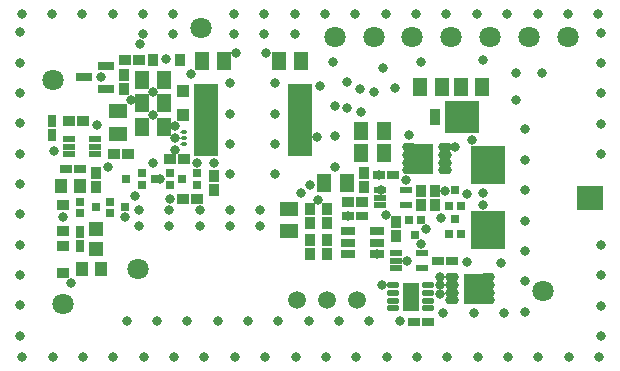
<source format=gts>
G04 Layer_Color=8388736*
%FSLAX43Y43*%
%MOMM*%
G71*
G01*
G75*
%ADD43R,0.703X0.803*%
%ADD44R,1.403X0.803*%
%ADD45R,1.303X0.803*%
%ADD46R,1.033X0.833*%
%ADD47R,1.103X1.003*%
%ADD48R,1.053X0.553*%
%ADD49R,1.153X1.603*%
%ADD50R,1.303X1.203*%
%ADD51R,0.903X1.003*%
G04:AMPARAMS|DCode=52|XSize=0.593mm|YSize=0.353mm|CornerRadius=0.139mm|HoleSize=0mm|Usage=FLASHONLY|Rotation=0.000|XOffset=0mm|YOffset=0mm|HoleType=Round|Shape=RoundedRectangle|*
%AMROUNDEDRECTD52*
21,1,0.593,0.075,0,0,0.0*
21,1,0.315,0.353,0,0,0.0*
1,1,0.278,0.158,-0.037*
1,1,0.278,-0.158,-0.037*
1,1,0.278,-0.158,0.037*
1,1,0.278,0.158,0.037*
%
%ADD52ROUNDEDRECTD52*%
G04:AMPARAMS|DCode=53|XSize=0.653mm|YSize=1.103mm|CornerRadius=0.214mm|HoleSize=0mm|Usage=FLASHONLY|Rotation=90.000|XOffset=0mm|YOffset=0mm|HoleType=Round|Shape=RoundedRectangle|*
%AMROUNDEDRECTD53*
21,1,0.653,0.675,0,0,90.0*
21,1,0.225,1.103,0,0,90.0*
1,1,0.428,0.338,0.113*
1,1,0.428,0.338,-0.113*
1,1,0.428,-0.338,-0.113*
1,1,0.428,-0.338,0.113*
%
%ADD53ROUNDEDRECTD53*%
%ADD54R,1.903X2.603*%
%ADD55R,2.003X6.103*%
%ADD56R,2.873X2.743*%
%ADD57R,0.965X1.473*%
G04:AMPARAMS|DCode=58|XSize=0.553mm|YSize=1.003mm|CornerRadius=0.189mm|HoleSize=0mm|Usage=FLASHONLY|Rotation=90.000|XOffset=0mm|YOffset=0mm|HoleType=Round|Shape=RoundedRectangle|*
%AMROUNDEDRECTD58*
21,1,0.553,0.625,0,0,90.0*
21,1,0.175,1.003,0,0,90.0*
1,1,0.378,0.313,0.087*
1,1,0.378,0.313,-0.087*
1,1,0.378,-0.313,-0.087*
1,1,0.378,-0.313,0.087*
%
%ADD58ROUNDEDRECTD58*%
%ADD59R,1.403X2.353*%
%ADD60R,1.253X1.603*%
%ADD61R,1.103X1.203*%
%ADD62R,0.803X1.003*%
%ADD63R,2.203X2.103*%
%ADD64R,3.003X3.303*%
%ADD65R,0.803X0.703*%
%ADD66R,1.003X0.903*%
%ADD67R,0.833X1.033*%
%ADD68R,1.003X0.803*%
%ADD69R,1.603X1.253*%
%ADD70C,1.503*%
%ADD71C,1.803*%
%ADD72C,0.803*%
D43*
X85098Y83835D02*
D03*
X86098D02*
D03*
X85598Y82535D02*
D03*
X89500Y82650D02*
D03*
X88500D02*
D03*
X89000Y83950D02*
D03*
X89500Y85050D02*
D03*
X88500D02*
D03*
X89000Y86350D02*
D03*
D44*
X59400Y94950D02*
D03*
Y96850D02*
D03*
X57600Y95900D02*
D03*
D45*
X82403Y82865D02*
D03*
Y81915D02*
D03*
Y80965D02*
D03*
X79903D02*
D03*
Y81915D02*
D03*
Y82865D02*
D03*
D46*
X55800Y85115D02*
D03*
Y82885D02*
D03*
Y81600D02*
D03*
Y79370D02*
D03*
D47*
X65913Y92717D02*
D03*
Y94742D02*
D03*
D48*
X58504Y90693D02*
D03*
Y90043D02*
D03*
Y89393D02*
D03*
X56304D02*
D03*
Y90043D02*
D03*
Y90693D02*
D03*
X82593Y86375D02*
D03*
Y85725D02*
D03*
Y85075D02*
D03*
X84793D02*
D03*
Y86375D02*
D03*
X83990Y81041D02*
D03*
Y80391D02*
D03*
Y79741D02*
D03*
X86190D02*
D03*
Y81041D02*
D03*
D49*
X91292Y95096D02*
D03*
X89442D02*
D03*
X64325Y91700D02*
D03*
X62475D02*
D03*
X64325Y93700D02*
D03*
X62475D02*
D03*
D50*
X58600Y83050D02*
D03*
Y81350D02*
D03*
D51*
X58547Y86614D02*
D03*
Y87814D02*
D03*
X78105Y82169D02*
D03*
Y80969D02*
D03*
X76708Y82169D02*
D03*
Y80969D02*
D03*
X83947Y83693D02*
D03*
Y82493D02*
D03*
X68580Y86360D02*
D03*
Y87560D02*
D03*
X78105Y84801D02*
D03*
Y83601D02*
D03*
X76708Y84801D02*
D03*
Y83601D02*
D03*
X86106Y85125D02*
D03*
Y86325D02*
D03*
X81280Y87849D02*
D03*
Y86649D02*
D03*
X60960Y94904D02*
D03*
Y96104D02*
D03*
X87300Y86300D02*
D03*
Y85100D02*
D03*
D52*
X66000Y91300D02*
D03*
Y90300D02*
D03*
Y90800D02*
D03*
D53*
X88675Y78975D02*
D03*
Y78325D02*
D03*
Y77675D02*
D03*
Y77025D02*
D03*
X91725D02*
D03*
Y77675D02*
D03*
Y78325D02*
D03*
Y78975D02*
D03*
X88139Y88052D02*
D03*
Y88702D02*
D03*
Y89352D02*
D03*
Y90002D02*
D03*
X85089D02*
D03*
Y89352D02*
D03*
Y88702D02*
D03*
Y88052D02*
D03*
D54*
X90650Y78000D02*
D03*
X86164Y89027D02*
D03*
D55*
X75882Y92329D02*
D03*
X67882D02*
D03*
D56*
X89605Y92556D02*
D03*
D57*
X87254D02*
D03*
D58*
X83717Y78318D02*
D03*
Y77668D02*
D03*
Y77018D02*
D03*
Y76368D02*
D03*
X86717D02*
D03*
Y77018D02*
D03*
Y77668D02*
D03*
Y78318D02*
D03*
D59*
X85217Y77343D02*
D03*
D60*
X82950Y89500D02*
D03*
X81050D02*
D03*
X85988Y95096D02*
D03*
X87888D02*
D03*
X69450Y97300D02*
D03*
X67550D02*
D03*
X64350Y95700D02*
D03*
X62450D02*
D03*
X74050Y97300D02*
D03*
X75950D02*
D03*
X77917Y86995D02*
D03*
X79817D02*
D03*
X82950Y91400D02*
D03*
X81050D02*
D03*
D61*
X57188Y86741D02*
D03*
X55588D02*
D03*
X57400Y79700D02*
D03*
X59000D02*
D03*
D62*
X57200Y82800D02*
D03*
Y81600D02*
D03*
X54864Y92202D02*
D03*
Y91002D02*
D03*
D63*
X100400Y85700D02*
D03*
D64*
X91800Y88450D02*
D03*
Y82950D02*
D03*
D65*
X64850Y87800D02*
D03*
Y86800D02*
D03*
X63550Y87300D02*
D03*
X62450Y87800D02*
D03*
Y86800D02*
D03*
X61150Y87300D02*
D03*
X57250Y84400D02*
D03*
Y85400D02*
D03*
X58550Y84900D02*
D03*
X59750Y84400D02*
D03*
Y85400D02*
D03*
X61050Y84900D02*
D03*
X67150Y87800D02*
D03*
Y86800D02*
D03*
X65850Y87300D02*
D03*
D66*
X67148Y85598D02*
D03*
X65948D02*
D03*
X66000Y89000D02*
D03*
X64800D02*
D03*
X61306Y89408D02*
D03*
X60106D02*
D03*
X81083Y85344D02*
D03*
X79883D02*
D03*
X57496Y92202D02*
D03*
X56296D02*
D03*
X62195Y97409D02*
D03*
X60995D02*
D03*
D67*
X63429D02*
D03*
X65659D02*
D03*
D68*
X57242Y88138D02*
D03*
X56042D02*
D03*
X87538Y80391D02*
D03*
X88738D02*
D03*
X83750Y87630D02*
D03*
X82550D02*
D03*
X86700Y75200D02*
D03*
X85500D02*
D03*
X81118Y84201D02*
D03*
X79918D02*
D03*
D69*
X60452Y91125D02*
D03*
Y93025D02*
D03*
X74930Y82870D02*
D03*
Y84770D02*
D03*
D70*
X80645Y77089D02*
D03*
X78105D02*
D03*
X75565D02*
D03*
D71*
X95217Y99300D02*
D03*
X67500Y100100D02*
D03*
X55800Y76700D02*
D03*
X96400Y77800D02*
D03*
X54900Y95700D02*
D03*
X62100Y79700D02*
D03*
X88650Y99300D02*
D03*
X82083D02*
D03*
X85367D02*
D03*
X91933D02*
D03*
X78800D02*
D03*
X98500D02*
D03*
D72*
X86500Y83100D02*
D03*
X88998Y90002D02*
D03*
X90000Y86000D02*
D03*
X64802Y85598D02*
D03*
X59000Y95900D02*
D03*
X88125Y86300D02*
D03*
X67500Y97300D02*
D03*
X55800Y84100D02*
D03*
X61000D02*
D03*
X81300Y87800D02*
D03*
X75900Y86100D02*
D03*
X76708Y86808D02*
D03*
X82100Y94700D02*
D03*
X60995Y97409D02*
D03*
X62300Y98700D02*
D03*
X79800Y93300D02*
D03*
Y95500D02*
D03*
X82675Y86375D02*
D03*
X84900Y80400D02*
D03*
X81083Y85344D02*
D03*
X82400Y80962D02*
D03*
X82818Y78318D02*
D03*
X91300Y97400D02*
D03*
X78105Y80969D02*
D03*
X81050Y89500D02*
D03*
X81000Y93000D02*
D03*
X82550Y87630D02*
D03*
X77500Y95200D02*
D03*
X63400Y88700D02*
D03*
X61900Y85900D02*
D03*
X68600Y88700D02*
D03*
X66600Y96200D02*
D03*
X64500Y97500D02*
D03*
X59600Y88300D02*
D03*
X80900Y94900D02*
D03*
X85988Y95096D02*
D03*
X87254Y92556D02*
D03*
X64000Y87300D02*
D03*
X52340Y72200D02*
D03*
X54910D02*
D03*
X57480D02*
D03*
X65190D02*
D03*
X62620D02*
D03*
X60050D02*
D03*
X72900D02*
D03*
X70330D02*
D03*
X67760D02*
D03*
X80610D02*
D03*
X78040D02*
D03*
X75470D02*
D03*
X88320D02*
D03*
X85750D02*
D03*
X83180D02*
D03*
X96030D02*
D03*
X93460D02*
D03*
X90890D02*
D03*
X101170D02*
D03*
X98600D02*
D03*
X98530Y101300D02*
D03*
X101100D02*
D03*
X90820D02*
D03*
X93390D02*
D03*
X95960D02*
D03*
X83110D02*
D03*
X85680D02*
D03*
X88250D02*
D03*
X75400D02*
D03*
X77970D02*
D03*
X80540D02*
D03*
X70260D02*
D03*
X72830D02*
D03*
X59980D02*
D03*
X62550D02*
D03*
X65120D02*
D03*
X57410D02*
D03*
X54840D02*
D03*
X52270D02*
D03*
X101300Y94560D02*
D03*
Y97130D02*
D03*
Y99700D02*
D03*
Y89420D02*
D03*
Y91990D02*
D03*
Y79140D02*
D03*
Y81710D02*
D03*
Y76570D02*
D03*
Y74000D02*
D03*
X52100Y74030D02*
D03*
Y76600D02*
D03*
Y84310D02*
D03*
Y81740D02*
D03*
Y79170D02*
D03*
Y92020D02*
D03*
Y89450D02*
D03*
Y86880D02*
D03*
Y99730D02*
D03*
Y97160D02*
D03*
Y94590D02*
D03*
X65300Y89800D02*
D03*
X58700Y91900D02*
D03*
X56500Y78500D02*
D03*
X96300Y96300D02*
D03*
X94100D02*
D03*
Y94000D02*
D03*
X83900Y95000D02*
D03*
X86100Y97200D02*
D03*
X82900Y96700D02*
D03*
X90400Y90600D02*
D03*
X91300Y86100D02*
D03*
Y85100D02*
D03*
X92900Y80200D02*
D03*
X90000Y80300D02*
D03*
X85100Y91000D02*
D03*
X84800Y87200D02*
D03*
X77300Y90900D02*
D03*
X78800Y88360D02*
D03*
Y90930D02*
D03*
X83100Y84300D02*
D03*
X78600Y97200D02*
D03*
X78800Y93500D02*
D03*
X74050Y97300D02*
D03*
X86100Y81800D02*
D03*
X79918Y84201D02*
D03*
X55000Y89700D02*
D03*
X69450Y97300D02*
D03*
X66310Y75300D02*
D03*
X63740D02*
D03*
X61170D02*
D03*
X74020D02*
D03*
X71450D02*
D03*
X68880D02*
D03*
X81730D02*
D03*
X79160D02*
D03*
X76590D02*
D03*
X84300D02*
D03*
X67360Y84700D02*
D03*
X64790D02*
D03*
X62220D02*
D03*
X72500D02*
D03*
X69930D02*
D03*
Y83300D02*
D03*
X72500D02*
D03*
X62220D02*
D03*
X64790D02*
D03*
X67360D02*
D03*
X60452Y91125D02*
D03*
X65300Y91800D02*
D03*
Y90800D02*
D03*
X63400Y92700D02*
D03*
X67100Y88700D02*
D03*
X55588Y86741D02*
D03*
X61500Y94000D02*
D03*
X63400Y94700D02*
D03*
X70260Y99600D02*
D03*
X72830D02*
D03*
X75400D02*
D03*
X62550D02*
D03*
X65120D02*
D03*
X73000Y98000D02*
D03*
X70430D02*
D03*
X85200Y76800D02*
D03*
X81050Y91400D02*
D03*
X74930Y82870D02*
D03*
X87970Y76000D02*
D03*
X90540D02*
D03*
X93110D02*
D03*
X87700Y79000D02*
D03*
Y78300D02*
D03*
Y77600D02*
D03*
X73700Y90270D02*
D03*
Y92840D02*
D03*
Y95410D02*
D03*
X76708Y80969D02*
D03*
X77400Y85500D02*
D03*
X73700Y87700D02*
D03*
X69900Y87710D02*
D03*
Y95420D02*
D03*
Y92850D02*
D03*
Y90280D02*
D03*
X87800Y84000D02*
D03*
X94900Y88930D02*
D03*
Y91500D02*
D03*
Y81220D02*
D03*
Y83790D02*
D03*
Y86360D02*
D03*
Y78650D02*
D03*
Y76080D02*
D03*
X85200Y77900D02*
D03*
M02*

</source>
